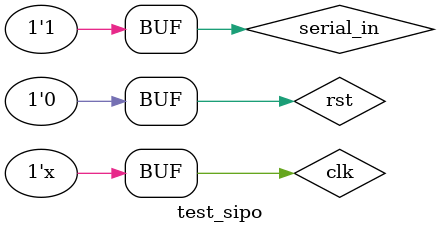
<source format=v>
module sipo(serial_in, parallel_out, clk, rst);
  input serial_in;
  input clk;
  input rst;
  output [3:0] parallel_out;
  
  reg [3:0] parallel_out;
  
  always @ (posedge clk) begin
    if (rst)
      parallel_out = 4'b0000;
    else begin
      parallel_out[3] <= serial_in;
      parallel_out[2] <= parallel_out[3];
      parallel_out[1] <= parallel_out[2];
      parallel_out[0] <= parallel_out[1];
    end
  end
endmodule 
      
module test_sipo;
  reg serial_in;
  reg clk;
  reg rst;
  wire [3:0] parallel_out;
  
  sipo uut (serial_in, parallel_out, clk, rst);
  
  always #5 clk = ~clk;
  
  initial begin
    clk=0;rst=0;#10
    rst=1;#10
    rst=0;#10
    
    serial_in = 1;#10
    serial_in = 1;#10
    serial_in = 1;#10
    serial_in = 0;#10
    serial_in = 0;#10
    serial_in = 1;#10
    serial_in = 0;#10
    serial_in = 1;#10;
  end
endmodule
</source>
